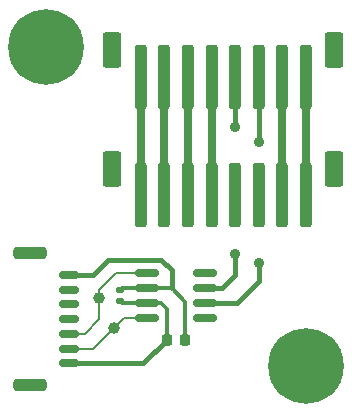
<source format=gbr>
%TF.GenerationSoftware,KiCad,Pcbnew,9.0.0*%
%TF.CreationDate,2025-02-28T01:07:07-08:00*%
%TF.ProjectId,CAN Adapter Board - R1,43414e20-4164-4617-9074-657220426f61,rev?*%
%TF.SameCoordinates,Original*%
%TF.FileFunction,Copper,L1,Top*%
%TF.FilePolarity,Positive*%
%FSLAX46Y46*%
G04 Gerber Fmt 4.6, Leading zero omitted, Abs format (unit mm)*
G04 Created by KiCad (PCBNEW 9.0.0) date 2025-02-28 01:07:07*
%MOMM*%
%LPD*%
G01*
G04 APERTURE LIST*
G04 Aperture macros list*
%AMRoundRect*
0 Rectangle with rounded corners*
0 $1 Rounding radius*
0 $2 $3 $4 $5 $6 $7 $8 $9 X,Y pos of 4 corners*
0 Add a 4 corners polygon primitive as box body*
4,1,4,$2,$3,$4,$5,$6,$7,$8,$9,$2,$3,0*
0 Add four circle primitives for the rounded corners*
1,1,$1+$1,$2,$3*
1,1,$1+$1,$4,$5*
1,1,$1+$1,$6,$7*
1,1,$1+$1,$8,$9*
0 Add four rect primitives between the rounded corners*
20,1,$1+$1,$2,$3,$4,$5,0*
20,1,$1+$1,$4,$5,$6,$7,0*
20,1,$1+$1,$6,$7,$8,$9,0*
20,1,$1+$1,$8,$9,$2,$3,0*%
G04 Aperture macros list end*
%TA.AperFunction,ComponentPad*%
%ADD10C,0.800000*%
%TD*%
%TA.AperFunction,ComponentPad*%
%ADD11C,6.400000*%
%TD*%
%TA.AperFunction,SMDPad,CuDef*%
%ADD12RoundRect,0.140000X-0.170000X0.140000X-0.170000X-0.140000X0.170000X-0.140000X0.170000X0.140000X0*%
%TD*%
%TA.AperFunction,SMDPad,CuDef*%
%ADD13RoundRect,0.150000X0.700000X-0.150000X0.700000X0.150000X-0.700000X0.150000X-0.700000X-0.150000X0*%
%TD*%
%TA.AperFunction,SMDPad,CuDef*%
%ADD14RoundRect,0.250000X1.150000X-0.250000X1.150000X0.250000X-1.150000X0.250000X-1.150000X-0.250000X0*%
%TD*%
%TA.AperFunction,SMDPad,CuDef*%
%ADD15RoundRect,0.225000X0.225000X0.250000X-0.225000X0.250000X-0.225000X-0.250000X0.225000X-0.250000X0*%
%TD*%
%TA.AperFunction,SMDPad,CuDef*%
%ADD16RoundRect,0.250000X-0.250000X-2.500000X0.250000X-2.500000X0.250000X2.500000X-0.250000X2.500000X0*%
%TD*%
%TA.AperFunction,SMDPad,CuDef*%
%ADD17RoundRect,0.250000X-0.550000X-1.250000X0.550000X-1.250000X0.550000X1.250000X-0.550000X1.250000X0*%
%TD*%
%TA.AperFunction,SMDPad,CuDef*%
%ADD18RoundRect,0.150000X-0.825000X-0.150000X0.825000X-0.150000X0.825000X0.150000X-0.825000X0.150000X0*%
%TD*%
%TA.AperFunction,ViaPad*%
%ADD19C,0.889000*%
%TD*%
%TA.AperFunction,ViaPad*%
%ADD20C,1.000000*%
%TD*%
%TA.AperFunction,Conductor*%
%ADD21C,0.400000*%
%TD*%
%TA.AperFunction,Conductor*%
%ADD22C,0.700000*%
%TD*%
%TA.AperFunction,Conductor*%
%ADD23C,0.300000*%
%TD*%
%TA.AperFunction,Conductor*%
%ADD24C,0.200000*%
%TD*%
G04 APERTURE END LIST*
D10*
%TO.P,H1,1*%
%TO.N,N/C*%
X1600000Y31000000D03*
X2302944Y32697056D03*
X2302944Y29302944D03*
X4000000Y33400000D03*
D11*
X4000000Y31000000D03*
D10*
X4000000Y28600000D03*
X5697056Y32697056D03*
X5697056Y29302944D03*
X6400000Y31000000D03*
%TD*%
D12*
%TO.P,C4,1*%
%TO.N,GND*%
X10250000Y10480000D03*
%TO.P,C4,2*%
%TO.N,3V3*%
X10250000Y9520000D03*
%TD*%
D13*
%TO.P,J3,1,Pin_1*%
%TO.N,3V3*%
X5950000Y4250000D03*
%TO.P,J3,2,Pin_2*%
%TO.N,/CAN0_RX*%
X5950000Y5500000D03*
%TO.P,J3,3,Pin_3*%
%TO.N,/CAN0_TX*%
X5950000Y6750000D03*
%TO.P,J3,4,Pin_4*%
%TO.N,unconnected-(J3-Pin_4-Pad4)*%
X5950000Y8000000D03*
%TO.P,J3,5,Pin_5*%
%TO.N,unconnected-(J3-Pin_5-Pad5)*%
X5950000Y9250000D03*
%TO.P,J3,6,Pin_6*%
%TO.N,unconnected-(J3-Pin_6-Pad6)*%
X5950000Y10500000D03*
%TO.P,J3,7,Pin_7*%
%TO.N,GND*%
X5950000Y11750000D03*
D14*
%TO.P,J3,MP*%
%TO.N,N/C*%
X2600000Y2400000D03*
X2600000Y13600000D03*
%TD*%
D10*
%TO.P,H2,1*%
%TO.N,N/C*%
X23600000Y4000000D03*
X24302944Y5697056D03*
X24302944Y2302944D03*
X26000000Y6400000D03*
D11*
X26000000Y4000000D03*
D10*
X26000000Y1600000D03*
X27697056Y5697056D03*
X27697056Y2302944D03*
X28400000Y4000000D03*
%TD*%
D15*
%TO.P,C2,1*%
%TO.N,GND*%
X15775000Y6250000D03*
%TO.P,C2,2*%
%TO.N,3V3*%
X14225000Y6250000D03*
%TD*%
D16*
%TO.P,J2,1,Pin_1*%
%TO.N,Net-(J1-Pin_1)*%
X12000000Y18500000D03*
%TO.P,J2,2,Pin_2*%
%TO.N,Net-(J1-Pin_2)*%
X14000000Y18500000D03*
%TO.P,J2,3,Pin_3*%
%TO.N,Net-(J1-Pin_3)*%
X16000000Y18500000D03*
%TO.P,J2,4,Pin_4*%
%TO.N,Net-(J1-Pin_4)*%
X18000000Y18500000D03*
%TO.P,J2,5,Pin_5*%
%TO.N,unconnected-(J2-Pin_5-Pad5)*%
X20000000Y18500000D03*
%TO.P,J2,6,Pin_6*%
%TO.N,unconnected-(J2-Pin_6-Pad6)*%
X22000000Y18500000D03*
%TO.P,J2,7,Pin_7*%
%TO.N,Net-(J1-Pin_7)*%
X24000000Y18500000D03*
%TO.P,J2,8,Pin_8*%
%TO.N,Net-(J1-Pin_8)*%
X26000000Y18500000D03*
D17*
%TO.P,J2,MP*%
%TO.N,N/C*%
X9600000Y20750000D03*
X28400000Y20750000D03*
%TD*%
D16*
%TO.P,J1,1,Pin_1*%
%TO.N,Net-(J1-Pin_1)*%
X12000000Y28500000D03*
%TO.P,J1,2,Pin_2*%
%TO.N,Net-(J1-Pin_2)*%
X14000000Y28500000D03*
%TO.P,J1,3,Pin_3*%
%TO.N,Net-(J1-Pin_3)*%
X16000000Y28500000D03*
%TO.P,J1,4,Pin_4*%
%TO.N,Net-(J1-Pin_4)*%
X18000000Y28500000D03*
%TO.P,J1,5,Pin_5*%
%TO.N,/RS485-A*%
X20000000Y28500000D03*
%TO.P,J1,6,Pin_6*%
%TO.N,/RS485-B*%
X22000000Y28500000D03*
%TO.P,J1,7,Pin_7*%
%TO.N,Net-(J1-Pin_7)*%
X24000000Y28500000D03*
%TO.P,J1,8,Pin_8*%
%TO.N,Net-(J1-Pin_8)*%
X26000000Y28500000D03*
D17*
%TO.P,J1,MP*%
%TO.N,N/C*%
X9600000Y30750000D03*
X28400000Y30750000D03*
%TD*%
D18*
%TO.P,U2,1,TXD*%
%TO.N,/CAN0_TX*%
X12525000Y11905000D03*
%TO.P,U2,2,GND*%
%TO.N,GND*%
X12525000Y10635000D03*
%TO.P,U2,3,VCC*%
%TO.N,3V3*%
X12525000Y9365000D03*
%TO.P,U2,4,RXD*%
%TO.N,/CAN0_RX*%
X12525000Y8095000D03*
%TO.P,U2,5,NC*%
%TO.N,unconnected-(U2-NC-Pad5)*%
X17475000Y8095000D03*
%TO.P,U2,6,CANL*%
%TO.N,/RS485-B*%
X17475000Y9365000D03*
%TO.P,U2,7,CANH*%
%TO.N,/RS485-A*%
X17475000Y10635000D03*
%TO.P,U2,8,NC*%
%TO.N,unconnected-(U2-NC-Pad8)*%
X17475000Y11905000D03*
%TD*%
D19*
%TO.N,/RS485-A*%
X20000000Y24250000D03*
X20000000Y13500000D03*
%TO.N,/RS485-B*%
X22000000Y23000000D03*
X22000000Y12750000D03*
D20*
%TO.N,/CAN0_TX*%
X8500000Y9750000D03*
%TO.N,/CAN0_RX*%
X9750000Y7250000D03*
%TD*%
D21*
%TO.N,/RS485-A*%
X17475000Y10635000D02*
X18885000Y10635000D01*
X18885000Y10635000D02*
X20000000Y11750000D01*
X20000000Y28500000D02*
X20000000Y24250000D01*
X20000000Y11750000D02*
X20000000Y13500000D01*
D22*
%TO.N,Net-(J1-Pin_8)*%
X26000000Y28500000D02*
X26000000Y18500000D01*
%TO.N,Net-(J1-Pin_2)*%
X14000000Y28500000D02*
X14000000Y18500000D01*
%TO.N,Net-(J1-Pin_7)*%
X24000000Y28500000D02*
X24000000Y18500000D01*
D21*
%TO.N,/RS485-B*%
X20115000Y9365000D02*
X21500000Y10750000D01*
X22000000Y11250000D02*
X22000000Y12750000D01*
X21500000Y10750000D02*
X22000000Y11250000D01*
X22000000Y28500000D02*
X22000000Y23000000D01*
X17475000Y9365000D02*
X20115000Y9365000D01*
D22*
%TO.N,Net-(J1-Pin_3)*%
X16000000Y28500000D02*
X16000000Y18500000D01*
%TO.N,Net-(J1-Pin_4)*%
X18000000Y28500000D02*
X18000000Y18500000D01*
%TO.N,Net-(J1-Pin_1)*%
X12000000Y28500000D02*
X12000000Y18500000D01*
D23*
%TO.N,3V3*%
X14225000Y6250000D02*
X14250000Y6275000D01*
D21*
X8975000Y4250000D02*
X9000000Y4275000D01*
D23*
X14250000Y6275000D02*
X14250000Y8865000D01*
D21*
X8000000Y4250000D02*
X8975000Y4250000D01*
D23*
X13750000Y9365000D02*
X12525000Y9365000D01*
D21*
X8000000Y4250000D02*
X12225000Y4250000D01*
X12225000Y4250000D02*
X14225000Y6250000D01*
D23*
X12525000Y9365000D02*
X10405000Y9365000D01*
X10405000Y9365000D02*
X10250000Y9520000D01*
D21*
X5950000Y4250000D02*
X8000000Y4250000D01*
D23*
X14250000Y8865000D02*
X13750000Y9365000D01*
D21*
%TO.N,GND*%
X14615000Y10635000D02*
X14615000Y12135000D01*
D23*
X14615000Y10635000D02*
X15775000Y9475000D01*
X12525000Y10635000D02*
X14615000Y10635000D01*
X12525000Y10635000D02*
X10405000Y10635000D01*
D21*
X5950000Y11750000D02*
X8000000Y11750000D01*
X8000000Y11750000D02*
X9250000Y13000000D01*
D23*
X10405000Y10635000D02*
X10250000Y10480000D01*
X15775000Y9475000D02*
X15775000Y6250000D01*
D21*
X14615000Y12135000D02*
X13750000Y13000000D01*
X9250000Y13000000D02*
X13750000Y13000000D01*
D24*
%TO.N,/CAN0_TX*%
X9905000Y11905000D02*
X8500000Y10500000D01*
X12525000Y11905000D02*
X9905000Y11905000D01*
X7250000Y6750000D02*
X5950000Y6750000D01*
X8500000Y10500000D02*
X8500000Y8000000D01*
X8500000Y8000000D02*
X7250000Y6750000D01*
%TO.N,/CAN0_RX*%
X5950000Y5500000D02*
X8000000Y5500000D01*
X10595000Y8095000D02*
X12525000Y8095000D01*
X8000000Y5500000D02*
X10595000Y8095000D01*
%TD*%
M02*

</source>
